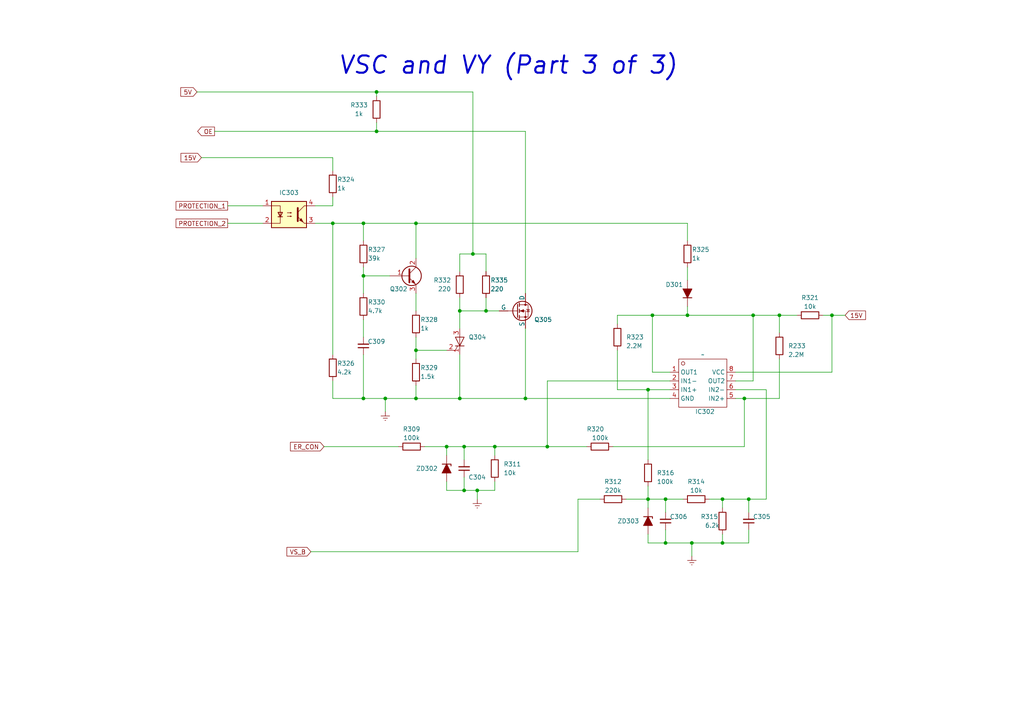
<source format=kicad_sch>
(kicad_sch (version 20231120) (generator "eeschema") (generator_version "8.0")
  (paper "A4")
  (title_block (title "Y BOARD LG PLASMA TV PANEL") (date "2025-03-24") (rev "1.0") (comment 1 "Author: Fábio Pereira da Silva"))
  (lib_symbols
    (symbol "Device:C_Small" (pin_numbers hide) (pin_names (offset 0.254) hide)
      (property "Reference" "C" (at 0.254 1.778 0))
      (property "Value" "C_Small" (at 0.254 -2.032 0))
      (symbol "C_Small_0_1"
        (polyline (pts (xy -1.524 -0.508) (xy 1.524 -0.508)) (stroke (width 0.3302)))
        (polyline (pts (xy -1.524 0.508) (xy 1.524 0.508)) (stroke (width 0.3048)))
      )
      (symbol "C_Small_1_1"
        (pin passive line (at 0 2.54 270) (length 2.032) (name "~") (number "1"))
        (pin passive line (at 0 -2.54 90) (length 2.032) (name "~") (number "2"))
      )
    )
    (symbol "Device:D_Filled" (pin_numbers hide) (pin_names (offset 1.016) hide)
      (property "Reference" "D" (at 0 2.54 0))
      (property "Value" "D_Filled" (at 0 -2.54 0))
      (symbol "D_Filled_0_1"
        (polyline (pts (xy -1.27 1.27) (xy -1.27 -1.27)) (stroke (width 0.254)))
        (polyline (pts (xy 1.27 0) (xy -1.27 0)))
        (polyline (pts (xy 1.27 1.27) (xy 1.27 -1.27) (xy -1.27 0) (xy 1.27 1.27)) (stroke (width 0.254)) (fill (type outline)))
      )
      (symbol "D_Filled_1_1"
        (pin passive line (at -3.81 0 0) (length 2.54) (name "K") (number "1"))
        (pin passive line (at 3.81 0 180) (length 2.54) (name "A") (number "2"))
      )
    )
    (symbol "Device:D_Zener_Filled" (pin_numbers hide) (pin_names (offset 1.016) hide)
      (property "Reference" "D" (at 0 2.54 0))
      (property "Value" "D_Zener_Filled" (at 0 -2.54 0))
      (symbol "D_Zener_Filled_0_1"
        (polyline (pts (xy 1.27 0) (xy -1.27 0)))
        (polyline (pts (xy -1.27 -1.27) (xy -1.27 1.27) (xy -0.762 1.27)) (stroke (width 0.254)))
        (polyline (pts (xy 1.27 -1.27) (xy 1.27 1.27) (xy -1.27 0) (xy 1.27 -1.27)) (stroke (width 0.254)) (fill (type outline)))
      )
      (symbol "D_Zener_Filled_1_1"
        (pin passive line (at -3.81 0 0) (length 2.54) (name "K") (number "1"))
        (pin passive line (at 3.81 0 180) (length 2.54) (name "A") (number "2"))
      )
    )
    (symbol "Device:Q_NPN_BCE" (pin_names (offset 0) hide)
      (property "Reference" "Q" (at 5.08 1.27 0))
      (property "Value" "Q_NPN_BCE" (at 5.08 -1.27 0))
      (symbol "Q_NPN_BCE_0_1"
        (polyline (pts (xy 0.635 0.635) (xy 2.54 2.54)))
        (polyline (pts (xy 0.635 -0.635) (xy 2.54 -2.54) (xy 2.54 -2.54)))
        (polyline (pts (xy 0.635 1.905) (xy 0.635 -1.905) (xy 0.635 -1.905)) (stroke (width 0.508)))
        (polyline (pts (xy 1.27 -1.778) (xy 1.778 -1.27) (xy 2.286 -2.286) (xy 1.27 -1.778) (xy 1.27 -1.778)) (fill (type outline)))
        (circle (center 1.27 0) (radius 2.8194) (stroke (width 0.254)))
      )
      (symbol "Q_NPN_BCE_1_1"
        (pin input line (at -5.08 0 0) (length 5.715) (name "B") (number "1"))
        (pin passive line (at 2.54 5.08 270) (length 2.54) (name "C") (number "2"))
        (pin passive line (at 2.54 -5.08 90) (length 2.54) (name "E") (number "3"))
      )
    )
    (symbol "Device:Q_SCR_KGA" (pin_names (offset 0) hide)
      (property "Reference" "D" (at 1.905 0.635 0))
      (property "Value" "Q_SCR_KGA" (at 1.905 -1.27 0))
      (symbol "Q_SCR_KGA_0_1"
        (polyline (pts (xy -1.27 -2.54) (xy -0.635 -1.27)))
        (polyline (pts (xy -1.27 -1.27) (xy 1.27 -1.27)) (stroke (width 0.2032)))
        (polyline (pts (xy 0 -2.54) (xy 0 2.54)))
        (polyline (pts (xy -1.27 1.27) (xy 1.27 1.27) (xy 0 -1.27) (xy -1.27 1.27)) (stroke (width 0.2032)))
      )
      (symbol "Q_SCR_KGA_1_1"
        (pin passive line (at 0 -3.81 90) (length 2.54) (name "K") (number "1"))
        (pin input line (at -3.81 -2.54 0) (length 2.54) (name "G") (number "2"))
        (pin passive line (at 0 3.81 270) (length 2.54) (name "A") (number "3"))
      )
    )
    (symbol "Device:R" (pin_numbers hide) (pin_names (offset 0))
      (property "Reference" "R" (at 2.032 0 90))
      (property "Value" "R" (at 0 0 90))
      (symbol "R_0_1"
        (rectangle (start -1.016 -2.54) (end 1.016 2.54) (stroke (width 0.254)))
      )
      (symbol "R_1_1"
        (pin passive line (at 0 3.81 270) (length 1.27) (name "~") (number "1"))
        (pin passive line (at 0 -3.81 90) (length 1.27) (name "~") (number "2"))
      )
    )
    (symbol "Isolator:EL817" (pin_names (offset 1.016))
      (property "Reference" "U" (at -5.08 5.08 0))
      (property "Value" "EL817" (at 0 5.08 0))
      (symbol "EL817_0_1"
        (rectangle (start -5.08 3.81) (end 5.08 -3.81) (stroke (width 0.254)) (fill (type background)))
        (polyline (pts (xy -3.175 -0.635) (xy -1.905 -0.635)) (stroke (width 0.254)))
        (polyline (pts (xy 2.54 0.635) (xy 4.445 2.54)))
        (polyline (pts (xy 4.445 -2.54) (xy 2.54 -0.635)) (fill (type outline)))
        (polyline (pts (xy 4.445 -2.54) (xy 5.08 -2.54)))
        (polyline (pts (xy 4.445 2.54) (xy 5.08 2.54)))
        (polyline (pts (xy -5.08 2.54) (xy -2.54 2.54) (xy -2.54 -0.635)))
        (polyline (pts (xy -2.54 -0.635) (xy -2.54 -2.54) (xy -5.08 -2.54)))
        (polyline (pts (xy 2.54 1.905) (xy 2.54 -1.905) (xy 2.54 -1.905)) (stroke (width 0.508)))
        (polyline (pts (xy -2.54 -0.635) (xy -3.175 0.635) (xy -1.905 0.635) (xy -2.54 -0.635)) (stroke (width 0.254)))
        (polyline (pts (xy -0.508 -0.508) (xy 0.762 -0.508) (xy 0.381 -0.635) (xy 0.381 -0.381) (xy 0.762 -0.508)))
        (polyline (pts (xy -0.508 0.508) (xy 0.762 0.508) (xy 0.381 0.381) (xy 0.381 0.635) (xy 0.762 0.508)))
        (polyline (pts (xy 3.048 -1.651) (xy 3.556 -1.143) (xy 4.064 -2.159) (xy 3.048 -1.651) (xy 3.048 -1.651)) (fill (type outline)))
      )
      (symbol "EL817_1_1"
        (pin passive line (at -7.62 2.54 0) (length 2.54) (name "~") (number "1"))
        (pin passive line (at -7.62 -2.54 0) (length 2.54) (name "~") (number "2"))
        (pin passive line (at 7.62 -2.54 180) (length 2.54) (name "~") (number "3"))
        (pin passive line (at 7.62 2.54 180) (length 2.54) (name "~") (number "4"))
      )
    )
    (symbol "Simulation_SPICE:NMOS" (pin_numbers hide) (pin_names (offset 0))
      (property "Reference" "Q" (at 5.08 1.27 0))
      (property "Value" "NMOS" (at 5.08 -1.27 0))
      (symbol "NMOS_0_1"
        (polyline (pts (xy 0.254 0) (xy -2.54 0)))
        (polyline (pts (xy 0.254 1.905) (xy 0.254 -1.905)) (stroke (width 0.254)))
        (polyline (pts (xy 0.762 -1.27) (xy 0.762 -2.286)) (stroke (width 0.254)))
        (polyline (pts (xy 0.762 0.508) (xy 0.762 -0.508)) (stroke (width 0.254)))
        (polyline (pts (xy 0.762 2.286) (xy 0.762 1.27)) (stroke (width 0.254)))
        (polyline (pts (xy 2.54 2.54) (xy 2.54 1.778)))
        (polyline (pts (xy 2.54 -2.54) (xy 2.54 0) (xy 0.762 0)))
        (polyline (pts (xy 0.762 -1.778) (xy 3.302 -1.778) (xy 3.302 1.778) (xy 0.762 1.778)))
        (polyline (pts (xy 1.016 0) (xy 2.032 0.381) (xy 2.032 -0.381) (xy 1.016 0)) (fill (type outline)))
        (polyline (pts (xy 2.794 0.508) (xy 2.921 0.381) (xy 3.683 0.381) (xy 3.81 0.254)))
        (polyline (pts (xy 3.302 0.381) (xy 2.921 -0.254) (xy 3.683 -0.254) (xy 3.302 0.381)))
        (circle (center 1.651 0) (radius 2.794) (stroke (width 0.254)))
        (circle (center 2.54 -1.778) (radius 0.254) (fill (type outline)))
        (circle (center 2.54 1.778) (radius 0.254) (fill (type outline)))
      )
      (symbol "NMOS_1_1"
        (pin passive line (at 2.54 5.08 270) (length 2.54) (name "D") (number "1"))
        (pin input line (at -5.08 0 0) (length 2.54) (name "G") (number "2"))
        (pin passive line (at 2.54 -5.08 90) (length 2.54) (name "S") (number "3"))
      )
    )
    (symbol "irf_s21850:AS393M"
      (property "Reference" "IC" (at 0 0.762 0))
      (symbol "AS393M_0_1"
        (rectangle (start -6.35 0) (end 7.62 -13.97))
        (circle (center -5.08 -1.27) (radius 0.5))
      )
      (symbol "AS393M_1_1"
        (pin output line (at -8.89 -3.81 0) (length 2.54) (name "OUT1") (number "1"))
        (pin input line (at -8.89 -6.35 0) (length 2.54) (name "IN1-") (number "2"))
        (pin input line (at -8.89 -8.89 0) (length 2.54) (name "IN1+") (number "3"))
        (pin power_in line (at -8.89 -11.43 0) (length 2.54) (name "GND") (number "4"))
        (pin input line (at 10.16 -11.43 180) (length 2.54) (name "IN2+") (number "5"))
        (pin input line (at 10.16 -8.89 180) (length 2.54) (name "IN2-") (number "6"))
        (pin output line (at 10.16 -6.35 180) (length 2.54) (name "OUT2") (number "7"))
        (pin power_in line (at 10.16 -3.81 180) (length 2.54) (name "VCC") (number "8"))
      )
    )
    (symbol "power:Earth" (power) (pin_numbers hide) (pin_names (offset 0) hide)
      (property "Value" "Earth" (at 0 -3.81 0))
      (symbol "Earth_0_1"
        (polyline (pts (xy -0.635 -1.905) (xy 0.635 -1.905)))
        (polyline (pts (xy -0.127 -2.54) (xy 0.127 -2.54)))
        (polyline (pts (xy 0 -1.27) (xy 0 0)))
        (polyline (pts (xy 1.27 -1.27) (xy -1.27 -1.27)))
      )
      (symbol "Earth_1_1"
        (pin power_in line (at 0 0 270) (length 0) (name "~") (number "1"))
      )
    )
  )
  (junction (at 134.62 142.24))
  (junction (at 133.35 115.57))
  (junction (at 218.44 91.44))
  (junction (at 105.41 80.01))
  (junction (at 209.55 157.48))
  (junction (at 120.65 101.6))
  (junction (at 120.65 115.57))
  (junction (at 109.22 38.1))
  (junction (at 138.43 142.24))
  (junction (at 109.22 26.67))
  (junction (at 143.51 129.54))
  (junction (at 217.17 144.78))
  (junction (at 193.04 157.48))
  (junction (at 200.66 157.48))
  (junction (at 129.54 129.54))
  (junction (at 96.52 64.77))
  (junction (at 241.3 91.44))
  (junction (at 140.97 90.17))
  (junction (at 215.9 115.57))
  (junction (at 137.16 73.66))
  (junction (at 105.41 115.57))
  (junction (at 152.4 115.57))
  (junction (at 111.76 115.57))
  (junction (at 133.35 90.17))
  (junction (at 134.62 129.54))
  (junction (at 226.06 91.44))
  (junction (at 189.23 91.44))
  (junction (at 120.65 64.77))
  (junction (at 187.96 113.03))
  (junction (at 193.04 144.78))
  (junction (at 187.96 144.78))
  (junction (at 158.75 129.54))
  (junction (at 199.39 91.44))
  (junction (at 105.41 64.77))
  (junction (at 209.55 144.78))
  (wire (pts (xy 218.44 110.49) (xy 218.44 91.44)))
  (wire (pts (xy 241.3 91.44) (xy 245.11 91.44)))
  (wire (pts (xy 213.36 113.03) (xy 222.25 113.03)))
  (wire (pts (xy 109.22 38.1) (xy 152.4 38.1)))
  (wire (pts (xy 209.55 157.48) (xy 217.17 157.48)))
  (wire (pts (xy 193.04 153.67) (xy 193.04 157.48)))
  (wire (pts (xy 57.15 26.67) (xy 109.22 26.67)))
  (wire (pts (xy 129.54 139.7) (xy 129.54 142.24)))
  (wire (pts (xy 200.66 157.48) (xy 209.55 157.48)))
  (wire (pts (xy 189.23 91.44) (xy 189.23 107.95)))
  (wire (pts (xy 143.51 139.7) (xy 143.51 142.24)))
  (wire (pts (xy 133.35 73.66) (xy 137.16 73.66)))
  (wire (pts (xy 226.06 96.52) (xy 226.06 91.44)))
  (wire (pts (xy 167.64 160.02) (xy 167.64 144.78)))
  (wire (pts (xy 209.55 144.78) (xy 217.17 144.78)))
  (wire (pts (xy 226.06 115.57) (xy 215.9 115.57)))
  (wire (pts (xy 138.43 142.24) (xy 134.62 142.24)))
  (wire (pts (xy 105.41 80.01) (xy 113.03 80.01)))
  (wire (pts (xy 133.35 115.57) (xy 152.4 115.57)))
  (wire (pts (xy 193.04 148.59) (xy 193.04 144.78)))
  (wire (pts (xy 105.41 77.47) (xy 105.41 80.01)))
  (wire (pts (xy 179.07 91.44) (xy 189.23 91.44)))
  (wire (pts (xy 111.76 115.57) (xy 111.76 119.38)))
  (wire (pts (xy 179.07 101.6) (xy 179.07 113.03)))
  (wire (pts (xy 96.52 115.57) (xy 105.41 115.57)))
  (wire (pts (xy 134.62 129.54) (xy 143.51 129.54)))
  (wire (pts (xy 158.75 110.49) (xy 158.75 129.54)))
  (wire (pts (xy 241.3 107.95) (xy 241.3 91.44)))
  (wire (pts (xy 187.96 154.94) (xy 187.96 157.48)))
  (wire (pts (xy 105.41 115.57) (xy 105.41 102.87)))
  (wire (pts (xy 199.39 91.44) (xy 218.44 91.44)))
  (wire (pts (xy 96.52 64.77) (xy 105.41 64.77)))
  (wire (pts (xy 199.39 88.9) (xy 199.39 91.44)))
  (wire (pts (xy 96.52 57.15) (xy 96.52 59.69)))
  (wire (pts (xy 205.74 144.78) (xy 209.55 144.78)))
  (wire (pts (xy 90.17 160.02) (xy 167.64 160.02)))
  (wire (pts (xy 143.51 132.08) (xy 143.51 129.54)))
  (wire (pts (xy 137.16 26.67) (xy 137.16 73.66)))
  (wire (pts (xy 58.42 45.72) (xy 96.52 45.72)))
  (wire (pts (xy 96.52 102.87) (xy 96.52 64.77)))
  (wire (pts (xy 120.65 97.79) (xy 120.65 101.6)))
  (wire (pts (xy 222.25 113.03) (xy 222.25 144.78)))
  (wire (pts (xy 137.16 73.66) (xy 140.97 73.66)))
  (wire (pts (xy 120.65 101.6) (xy 120.65 104.14)))
  (wire (pts (xy 193.04 157.48) (xy 187.96 157.48)))
  (wire (pts (xy 152.4 95.25) (xy 152.4 115.57)))
  (wire (pts (xy 140.97 86.36) (xy 140.97 90.17)))
  (wire (pts (xy 199.39 77.47) (xy 199.39 81.28)))
  (wire (pts (xy 213.36 110.49) (xy 218.44 110.49)))
  (wire (pts (xy 120.65 85.09) (xy 120.65 90.17)))
  (wire (pts (xy 158.75 129.54) (xy 170.18 129.54)))
  (wire (pts (xy 96.52 110.49) (xy 96.52 115.57)))
  (wire (pts (xy 120.65 101.6) (xy 129.54 101.6)))
  (wire (pts (xy 209.55 154.94) (xy 209.55 157.48)))
  (wire (pts (xy 134.62 129.54) (xy 129.54 129.54)))
  (wire (pts (xy 199.39 64.77) (xy 120.65 64.77)))
  (wire (pts (xy 123.19 129.54) (xy 129.54 129.54)))
  (wire (pts (xy 133.35 90.17) (xy 133.35 95.25)))
  (wire (pts (xy 91.44 64.77) (xy 96.52 64.77)))
  (wire (pts (xy 194.31 110.49) (xy 158.75 110.49)))
  (wire (pts (xy 133.35 78.74) (xy 133.35 73.66)))
  (wire (pts (xy 129.54 129.54) (xy 129.54 132.08)))
  (wire (pts (xy 138.43 142.24) (xy 138.43 144.78)))
  (wire (pts (xy 96.52 45.72) (xy 96.52 49.53)))
  (wire (pts (xy 209.55 144.78) (xy 209.55 147.32)))
  (wire (pts (xy 105.41 64.77) (xy 120.65 64.77)))
  (wire (pts (xy 66.04 64.77) (xy 76.2 64.77)))
  (wire (pts (xy 105.41 80.01) (xy 105.41 85.09)))
  (wire (pts (xy 187.96 144.78) (xy 187.96 147.32)))
  (wire (pts (xy 134.62 142.24) (xy 129.54 142.24)))
  (wire (pts (xy 134.62 133.35) (xy 134.62 129.54)))
  (wire (pts (xy 105.41 92.71) (xy 105.41 97.79)))
  (wire (pts (xy 200.66 157.48) (xy 200.66 161.29)))
  (wire (pts (xy 66.04 59.69) (xy 76.2 59.69)))
  (wire (pts (xy 238.76 91.44) (xy 241.3 91.44)))
  (wire (pts (xy 189.23 107.95) (xy 194.31 107.95)))
  (wire (pts (xy 93.98 129.54) (xy 115.57 129.54)))
  (wire (pts (xy 222.25 144.78) (xy 217.17 144.78)))
  (wire (pts (xy 109.22 35.56) (xy 109.22 38.1)))
  (wire (pts (xy 215.9 115.57) (xy 215.9 129.54)))
  (wire (pts (xy 152.4 38.1) (xy 152.4 85.09)))
  (wire (pts (xy 96.52 59.69) (xy 91.44 59.69)))
  (wire (pts (xy 109.22 26.67) (xy 109.22 27.94)))
  (wire (pts (xy 62.23 38.1) (xy 109.22 38.1)))
  (wire (pts (xy 105.41 115.57) (xy 111.76 115.57)))
  (wire (pts (xy 193.04 157.48) (xy 200.66 157.48)))
  (wire (pts (xy 140.97 73.66) (xy 140.97 78.74)))
  (wire (pts (xy 143.51 129.54) (xy 158.75 129.54)))
  (wire (pts (xy 167.64 144.78) (xy 173.99 144.78)))
  (wire (pts (xy 187.96 133.35) (xy 187.96 113.03)))
  (wire (pts (xy 133.35 90.17) (xy 140.97 90.17)))
  (wire (pts (xy 179.07 93.98) (xy 179.07 91.44)))
  (wire (pts (xy 120.65 74.93) (xy 120.65 64.77)))
  (wire (pts (xy 152.4 115.57) (xy 194.31 115.57)))
  (wire (pts (xy 226.06 104.14) (xy 226.06 115.57)))
  (wire (pts (xy 218.44 91.44) (xy 226.06 91.44)))
  (wire (pts (xy 140.97 90.17) (xy 144.78 90.17)))
  (wire (pts (xy 187.96 113.03) (xy 194.31 113.03)))
  (wire (pts (xy 187.96 113.03) (xy 179.07 113.03)))
  (wire (pts (xy 134.62 138.43) (xy 134.62 142.24)))
  (wire (pts (xy 217.17 148.59) (xy 217.17 144.78)))
  (wire (pts (xy 193.04 144.78) (xy 187.96 144.78)))
  (wire (pts (xy 133.35 115.57) (xy 120.65 115.57)))
  (wire (pts (xy 213.36 107.95) (xy 241.3 107.95)))
  (wire (pts (xy 143.51 142.24) (xy 138.43 142.24)))
  (wire (pts (xy 120.65 115.57) (xy 111.76 115.57)))
  (wire (pts (xy 199.39 91.44) (xy 189.23 91.44)))
  (wire (pts (xy 177.8 129.54) (xy 215.9 129.54)))
  (wire (pts (xy 187.96 140.97) (xy 187.96 144.78)))
  (wire (pts (xy 217.17 153.67) (xy 217.17 157.48)))
  (wire (pts (xy 226.06 91.44) (xy 231.14 91.44)))
  (wire (pts (xy 133.35 102.87) (xy 133.35 115.57)))
  (wire (pts (xy 215.9 115.57) (xy 213.36 115.57)))
  (wire (pts (xy 120.65 111.76) (xy 120.65 115.57)))
  (wire (pts (xy 133.35 86.36) (xy 133.35 90.17)))
  (wire (pts (xy 199.39 69.85) (xy 199.39 64.77)))
  (wire (pts (xy 181.61 144.78) (xy 187.96 144.78)))
  (wire (pts (xy 109.22 26.67) (xy 137.16 26.67)))
  (wire (pts (xy 193.04 144.78) (xy 198.12 144.78)))
  (wire (pts (xy 105.41 64.77) (xy 105.41 69.85)))
  (text "VSC and VY (Part 3 of 3)" (at 147.32 19.05 0) (effects (font (size 5 5) (thickness 0.6) (bold yes) (italic yes))))
  (global_label "PROTECTION_2" (shape passive) (at 66.04 64.77 180) (property "Intersheetrefs" "${INTERSHEET_REFS}" (effects (hide yes))))
  (global_label "OE" (shape output) (at 62.23 38.1 180) (property "Intersheetrefs" "${INTERSHEET_REFS}" (effects (hide yes))))
  (global_label "VS_B" (shape input) (at 90.17 160.02 180) (property "Intersheetrefs" "${INTERSHEET_REFS}" (effects (hide yes))))
  (global_label "15V" (shape input) (at 58.42 45.72 180) (property "Intersheetrefs" "${INTERSHEET_REFS}" (effects (hide yes))))
  (global_label "PROTECTION_1" (shape passive) (at 66.04 59.69 180) (property "Intersheetrefs" "${INTERSHEET_REFS}" (effects (hide yes))))
  (global_label "ER_CON" (shape input) (at 93.98 129.54 180) (property "Intersheetrefs" "${INTERSHEET_REFS}" (effects (hide yes))))
  (global_label "15V" (shape input) (at 245.11 91.44 0) (property "Intersheetrefs" "${INTERSHEET_REFS}" (effects (hide yes))))
  (global_label "5V" (shape input) (at 57.15 26.67 180) (property "Intersheetrefs" "${INTERSHEET_REFS}" (effects (hide yes))))
  (symbol (lib_id "Device:Q_NPN_BCE") (at 118.11 80.01 0) (unit 1)
    (property "Reference" "Q302" (at 113.03 83.82 0) (effects (justify left)))
    (property "Value" "Q_NPN_BCE" (effects (hide yes)))
    (property "Description" "NPN transistor, base/collector/emitter" (effects (hide yes)))
  )
  (symbol (lib_id "Isolator:EL817") (at 83.82 62.23 0) (unit 1)
    (property "Reference" "IC303" (at 83.82 55.88 0))
    (property "Value" "EL817" (effects (hide yes)))
    (property "Footprint" "Package_DIP:DIP-4_W7.62mm" (effects (hide yes)))
    (property "Datasheet" "http://www.everlight.com/file/ProductFile/EL817.pdf" (effects (hide yes)))
    (property "Description" "DC Optocoupler, Vce 35V, DIP-4" (effects (hide yes)))
  )
  (symbol (lib_id "Device:C_Small") (at 134.62 135.89 180) (unit 1)
    (property "Reference" "C304" (at 140.97 138.43 0) (effects (justify left)))
    (property "Value" "C_Small" (effects (hide yes)))
    (property "Description" "Unpolarized capacitor, small symbol" (effects (hide yes)))
  )
  (symbol (lib_id "Device:R") (at 96.52 53.34 0) (unit 1)
    (property "Reference" "R324" (at 97.79 52.07 0) (effects (justify left)))
    (property "Value" "1k" (at 97.79 54.61 0) (effects (justify left)))
    (property "Description" "Resistor" (effects (hide yes)))
  )
  (symbol (lib_id "Device:R") (at 226.06 100.33 0) (unit 1)
    (property "Reference" "R233" (at 228.6 100.33 0) (effects (justify left)))
    (property "Value" "2.2M" (at 228.6 102.87 0) (effects (justify left)))
    (property "Description" "Resistor" (effects (hide yes)))
  )
  (symbol (lib_id "Device:R") (at 120.65 107.95 0) (unit 1)
    (property "Reference" "R329" (at 121.92 106.68 0) (effects (justify left)))
    (property "Value" "1.5k" (at 121.92 109.22 0) (effects (justify left)))
    (property "Description" "Resistor" (effects (hide yes)))
  )
  (symbol (lib_id "Device:R") (at 143.51 135.89 0) (unit 1)
    (property "Reference" "R311" (at 146.05 134.62 0) (effects (justify left)))
    (property "Value" "10k" (at 146.05 137.16 0) (effects (justify left)))
    (property "Description" "Resistor" (effects (hide yes)))
  )
  (symbol (lib_id "Simulation_SPICE:NMOS") (at 149.86 90.17 0) (unit 1)
    (property "Reference" "Q305" (at 154.94 92.71 0) (effects (justify left)))
    (property "Value" "NMOS" (effects (hide yes)))
    (property "Datasheet" "https://ngspice.sourceforge.io/docs/ngspice-html-manual/manual.xhtml#cha_MOSFETs" (effects (hide yes)))
    (property "Description" "N-MOSFET transistor, drain/source/gate" (effects (hide yes)))
    (property "Sim.Device" "NMOS" (effects (hide yes)))
    (property "Sim.Type" "VDMOS" (effects (hide yes)))
    (property "Sim.Pins" "1=D 2=G 3=S" (effects (hide yes)))
  )
  (symbol (lib_id "Device:R") (at 201.93 144.78 90) (mirror x) (unit 1)
    (property "Reference" "R314" (at 201.93 139.7 90))
    (property "Value" "10k" (at 201.93 142.24 90))
    (property "Description" "Resistor" (effects (hide yes)))
  )
  (symbol (lib_id "Device:R") (at 173.99 129.54 90) (unit 1)
    (property "Reference" "R320" (at 175.26 124.46 90) (effects (justify left)))
    (property "Value" "100k" (at 176.53 127 90) (effects (justify left)))
    (property "Description" "Resistor" (effects (hide yes)))
  )
  (symbol (lib_id "Device:R") (at 105.41 73.66 0) (unit 1)
    (property "Reference" "R327" (at 106.68 72.39 0) (effects (justify left)))
    (property "Value" "39k" (at 106.68 74.93 0) (effects (justify left)))
    (property "Description" "Resistor" (effects (hide yes)))
  )
  (symbol (lib_id "Device:R") (at 234.95 91.44 90) (mirror x) (unit 1)
    (property "Reference" "R321" (at 234.95 86.36 90))
    (property "Value" "10k" (at 234.95 88.9 90))
    (property "Description" "Resistor" (effects (hide yes)))
  )
  (symbol (lib_id "Device:R") (at 119.38 129.54 90) (mirror x) (unit 1)
    (property "Reference" "R309" (at 119.38 124.46 90))
    (property "Value" "100k" (at 119.38 127 90))
    (property "Description" "Resistor" (effects (hide yes)))
  )
  (symbol (lib_id "Device:R") (at 177.8 144.78 90) (mirror x) (unit 1)
    (property "Reference" "R312" (at 177.8 139.7 90))
    (property "Value" "220k" (at 177.8 142.24 90))
    (property "Description" "Resistor" (effects (hide yes)))
  )
  (symbol (lib_id "Device:C_Small") (at 193.04 151.13 180) (unit 1)
    (property "Reference" "C306" (at 199.39 149.86 0) (effects (justify left)))
    (property "Value" "C_Small" (effects (hide yes)))
    (property "Description" "Unpolarized capacitor, small symbol" (effects (hide yes)))
  )
  (symbol (lib_id "Device:R") (at 179.07 97.79 0) (unit 1)
    (property "Reference" "R323" (at 181.61 97.79 0) (effects (justify left)))
    (property "Value" "2.2M" (at 181.61 100.33 0) (effects (justify left)))
    (property "Description" "Resistor" (effects (hide yes)))
  )
  (symbol (lib_id "power:Earth") (at 138.43 144.78 0) (unit 1)
    (property "Reference" "#PWR22" (effects (hide yes)))
    (property "Value" "Earth" (effects (hide yes)))
    (property "Description" "Power symbol creates a global label with name \"Earth\"" (effects (hide yes)))
  )
  (symbol (lib_id "Device:R") (at 187.96 137.16 0) (unit 1)
    (property "Reference" "R316" (at 190.5 137.16 0) (effects (justify left)))
    (property "Value" "100k" (at 190.5 139.7 0) (effects (justify left)))
    (property "Description" "Resistor" (effects (hide yes)))
  )
  (symbol (lib_id "Device:R") (at 199.39 73.66 0) (unit 1)
    (property "Reference" "R325" (at 200.66 72.39 0) (effects (justify left)))
    (property "Value" "1k" (at 200.66 74.93 0) (effects (justify left)))
    (property "Description" "Resistor" (effects (hide yes)))
  )
  (symbol (lib_id "power:Earth") (at 200.66 161.29 0) (unit 1)
    (property "Reference" "#PWR20" (effects (hide yes)))
    (property "Value" "Earth" (effects (hide yes)))
    (property "Description" "Power symbol creates a global label with name \"Earth\"" (effects (hide yes)))
  )
  (symbol (lib_id "Device:R") (at 120.65 93.98 0) (unit 1)
    (property "Reference" "R328" (at 121.92 92.71 0) (effects (justify left)))
    (property "Value" "1k" (at 121.92 95.25 0) (effects (justify left)))
    (property "Description" "Resistor" (effects (hide yes)))
  )
  (symbol (lib_id "Device:R") (at 109.22 31.75 0) (unit 1)
    (property "Reference" "R333" (at 101.6 30.48 0) (effects (justify left)))
    (property "Value" "1k" (at 102.87 33.02 0) (effects (justify left)))
    (property "Description" "Resistor" (effects (hide yes)))
  )
  (symbol (lib_id "Device:R") (at 133.35 82.55 0) (unit 1)
    (property "Reference" "R332" (at 125.73 81.28 0) (effects (justify left)))
    (property "Value" "220" (at 127 83.82 0) (effects (justify left)))
    (property "Description" "Resistor" (effects (hide yes)))
  )
  (symbol (lib_id "Device:D_Filled") (at 199.39 85.09 90) (unit 1)
    (property "Reference" "D301" (at 195.58 82.55 90))
    (property "Value" "D_Filled" (effects (hide yes)))
    (property "Description" "Diode, filled shape" (effects (hide yes)))
    (property "Sim.Device" "D" (effects (hide yes)))
    (property "Sim.Pins" "1=K 2=A" (effects (hide yes)))
  )
  (symbol (lib_id "Device:D_Zener_Filled") (at 187.96 151.13 270) (unit 1)
    (property "Reference" "ZD303" (at 179.07 151.13 90) (effects (justify left)))
    (property "Value" "D_Zener_Filled" (effects (hide yes)))
    (property "Description" "Zener diode, filled shape" (effects (hide yes)))
  )
  (symbol (lib_id "Device:R") (at 140.97 82.55 0) (unit 1)
    (property "Reference" "R335" (at 142.24 81.28 0) (effects (justify left)))
    (property "Value" "220" (at 142.24 83.82 0) (effects (justify left)))
    (property "Description" "Resistor" (effects (hide yes)))
  )
  (symbol (lib_id "Device:R") (at 209.55 151.13 0) (unit 1)
    (property "Reference" "R315" (at 203.2 149.86 0) (effects (justify left)))
    (property "Value" "6.2k" (at 204.47 152.4 0) (effects (justify left)))
    (property "Description" "Resistor" (effects (hide yes)))
  )
  (symbol (lib_id "power:Earth") (at 111.76 119.38 0) (unit 1)
    (property "Reference" "#PWR21" (effects (hide yes)))
    (property "Value" "Earth" (effects (hide yes)))
    (property "Description" "Power symbol creates a global label with name \"Earth\"" (effects (hide yes)))
  )
  (symbol (lib_id "irf_s21850:AS393M") (at 203.2 104.14 0) (unit 1)
    (property "Reference" "IC302" (at 204.47 119.38 0))
    (property "Value" "~" (at 203.835 102.87 0))
  )
  (symbol (lib_id "Device:R") (at 105.41 88.9 0) (unit 1)
    (property "Reference" "R330" (at 106.68 87.63 0) (effects (justify left)))
    (property "Value" "4.7k" (at 106.68 90.17 0) (effects (justify left)))
    (property "Description" "Resistor" (effects (hide yes)))
  )
  (symbol (lib_id "Device:Q_SCR_KGA") (at 133.35 99.06 0) (unit 1)
    (property "Reference" "Q304" (at 135.89 97.7899 0) (effects (justify left)))
    (property "Value" "Q_SCR_KGA" (effects (hide yes)))
    (property "Description" "Silicon controlled rectifier, cathode/gate/anode" (effects (hide yes)))
  )
  (symbol (lib_id "Device:R") (at 96.52 106.68 0) (unit 1)
    (property "Reference" "R326" (at 97.79 105.41 0) (effects (justify left)))
    (property "Value" "4.2k" (at 97.79 107.95 0) (effects (justify left)))
    (property "Description" "Resistor" (effects (hide yes)))
  )
  (symbol (lib_id "Device:D_Zener_Filled") (at 129.54 135.89 270) (unit 1)
    (property "Reference" "ZD302" (at 120.65 135.89 90) (effects (justify left)))
    (property "Value" "D_Zener_Filled" (effects (hide yes)))
    (property "Description" "Zener diode, filled shape" (effects (hide yes)))
  )
  (symbol (lib_id "Device:C_Small") (at 105.41 100.33 180) (unit 1)
    (property "Reference" "C309" (at 111.76 99.06 0) (effects (justify left)))
    (property "Value" "C_Small" (effects (hide yes)))
    (property "Description" "Unpolarized capacitor, small symbol" (effects (hide yes)))
  )
  (symbol (lib_id "Device:C_Small") (at 217.17 151.13 180) (unit 1)
    (property "Reference" "C305" (at 223.52 149.86 0) (effects (justify left)))
    (property "Value" "C_Small" (effects (hide yes)))
    (property "Description" "Unpolarized capacitor, small symbol" (effects (hide yes)))
  )
)
</source>
